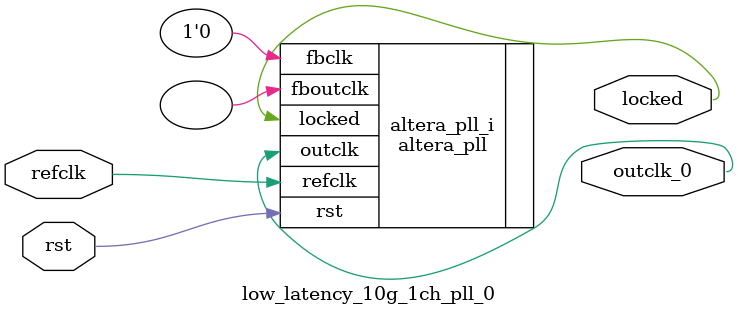
<source format=v>
`timescale 1ns/10ps
module  low_latency_10g_1ch_pll_0(

	// interface 'refclk'
	input wire refclk,

	// interface 'reset'
	input wire rst,

	// interface 'outclk0'
	output wire outclk_0,

	// interface 'locked'
	output wire locked
);

	altera_pll #(
		.fractional_vco_multiplier("false"),
		.reference_clock_frequency("50.0 MHz"),
		.operation_mode("normal"),
		.number_of_clocks(1),
		.output_clock_frequency0("100.000000 MHz"),
		.phase_shift0("0 ps"),
		.duty_cycle0(50),
		.output_clock_frequency1("0 MHz"),
		.phase_shift1("0 ps"),
		.duty_cycle1(50),
		.output_clock_frequency2("0 MHz"),
		.phase_shift2("0 ps"),
		.duty_cycle2(50),
		.output_clock_frequency3("0 MHz"),
		.phase_shift3("0 ps"),
		.duty_cycle3(50),
		.output_clock_frequency4("0 MHz"),
		.phase_shift4("0 ps"),
		.duty_cycle4(50),
		.output_clock_frequency5("0 MHz"),
		.phase_shift5("0 ps"),
		.duty_cycle5(50),
		.output_clock_frequency6("0 MHz"),
		.phase_shift6("0 ps"),
		.duty_cycle6(50),
		.output_clock_frequency7("0 MHz"),
		.phase_shift7("0 ps"),
		.duty_cycle7(50),
		.output_clock_frequency8("0 MHz"),
		.phase_shift8("0 ps"),
		.duty_cycle8(50),
		.output_clock_frequency9("0 MHz"),
		.phase_shift9("0 ps"),
		.duty_cycle9(50),
		.output_clock_frequency10("0 MHz"),
		.phase_shift10("0 ps"),
		.duty_cycle10(50),
		.output_clock_frequency11("0 MHz"),
		.phase_shift11("0 ps"),
		.duty_cycle11(50),
		.output_clock_frequency12("0 MHz"),
		.phase_shift12("0 ps"),
		.duty_cycle12(50),
		.output_clock_frequency13("0 MHz"),
		.phase_shift13("0 ps"),
		.duty_cycle13(50),
		.output_clock_frequency14("0 MHz"),
		.phase_shift14("0 ps"),
		.duty_cycle14(50),
		.output_clock_frequency15("0 MHz"),
		.phase_shift15("0 ps"),
		.duty_cycle15(50),
		.output_clock_frequency16("0 MHz"),
		.phase_shift16("0 ps"),
		.duty_cycle16(50),
		.output_clock_frequency17("0 MHz"),
		.phase_shift17("0 ps"),
		.duty_cycle17(50),
		.pll_type("General"),
		.pll_subtype("General")
	) altera_pll_i (
		.rst	(rst),
		.outclk	({outclk_0}),
		.locked	(locked),
		.fboutclk	( ),
		.fbclk	(1'b0),
		.refclk	(refclk)
	);
endmodule


</source>
